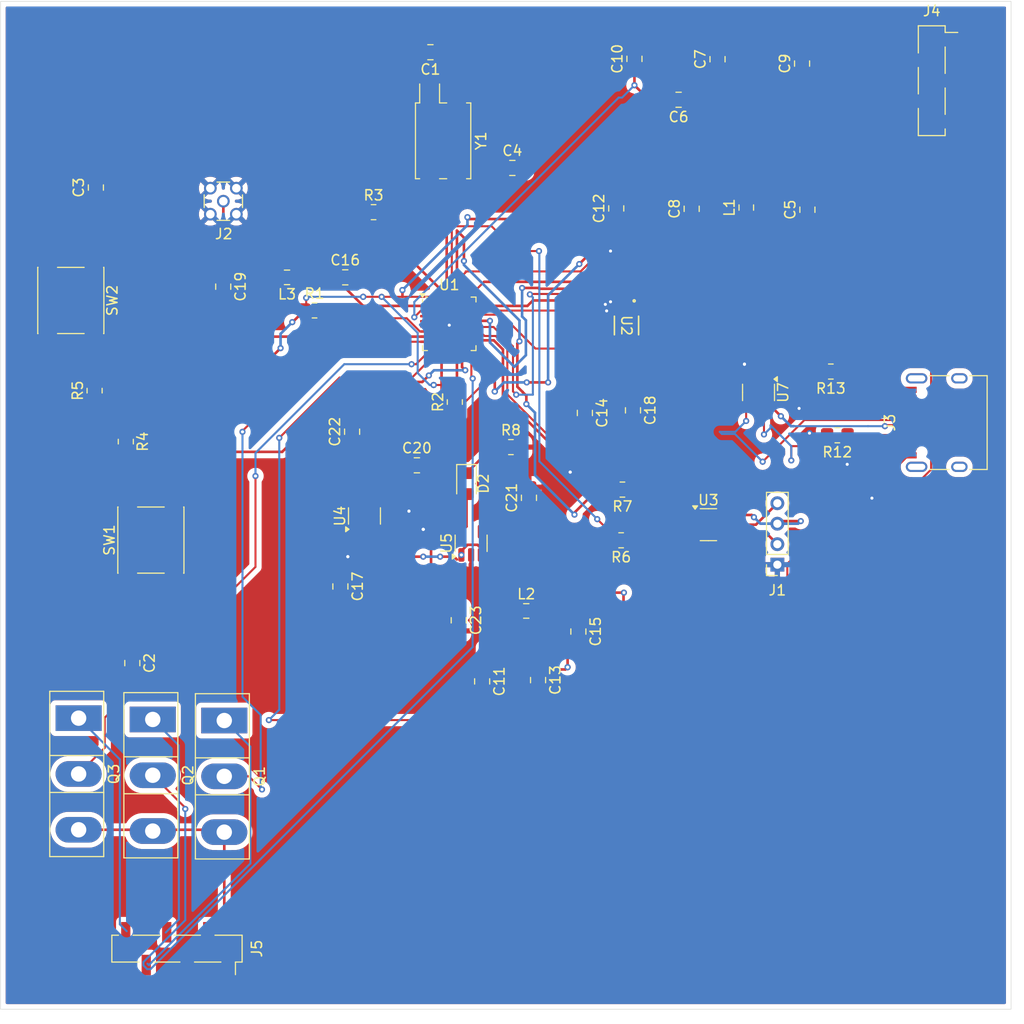
<source format=kicad_pcb>
(kicad_pcb (version 20240108) (generator "pcbnew") (generator_version "8.0")
  (layers (0 "F.Cu" signal) (31 "B.Cu" signal) (34 "B.Paste" user) (35 "F.Paste" user) (36 "B.SilkS" user "B.Silkscreen") (37 "F.SilkS" user "F.Silkscreen") (38 "B.Mask" user) (39 "F.Mask" user) (44 "Edge.Cuts" user))
  (net 0 "")
  (net 1 "Net-(C1-Pad1)")
  (net 2 "GND")
  (net 3 "/BOOT")
  (net 4 "/CHIP_EN")
  (net 5 "/XTAL_N")
  (net 6 "+3.3V")
  (net 7 "/VDD_RF")
  (net 8 "VBUS")
  (net 9 "/VDD_BUSF")
  (net 10 "/VDD_SPI")
  (net 11 "/LNA_IN")
  (net 12 "Net-(J2-In)")
  (net 13 "Net-(U4-BP)")
  (net 14 "Net-(U5-BP)")
  (net 15 "+1V8")
  (net 16 "Net-(D2-K)")
  (net 17 "Net-(J1-Pin_3)")
  (net 18 "Net-(J1-Pin_2)")
  (net 19 "Net-(J3-D+-PadA6)")
  (net 20 "Net-(J3-CC1)")
  (net 25 "Net-(J3-D--PadA7)")
  (net 26 "Net-(J3-CC2)")
  (net 29 "/MICOUT")
  (net 30 "/B")
  (net 31 "/R")
  (net 32 "/B+")
  (net 33 "/G")
  (net 34 "/B-")
  (net 35 "/LED1")
  (net 36 "/LED2")
  (net 37 "/LED3")
  (net 38 "Net-(U1-GPIO2)")
  (net 39 "Net-(U1-GPIO8)")
  (net 40 "/XTAL_P")
  (net 41 "Net-(R6-Pad1)")
  (net 42 "/UART0_TX")
  (net 43 "/UART0_RX")
  (net 44 "Net-(R7-Pad1)")
  (net 49 "/SPI_Q")
  (net 50 "/SPI_D")
  (net 51 "/USB_D+")
  (net 52 "/SPI_CLK")
  (net 53 "/USB_D-")
  (net 54 "/SPI_HD")
  (net 55 "/SPI_CS0")
  (net 56 "/SPI_WP")
  (net 57 "Net-(Y1-Pad2)")
  (footprint "Capacitor_SMD:C_0805_2012Metric_Pad1.18x1.45mm_HandSolder" (layer "F.Cu") (at 108.122 38.184 180)
    (property "Reference" "C6")
    (property "Value" "10u")
  )
  (footprint "Button_Switch_SMD:SW_SPST_PTS645" (layer "F.Cu") (at 48.768 57.785 -90)
    (property "Reference" "SW2")
    (property "Value" "SW_Push")
  )
  (footprint "Resistor_SMD:R_0805_2012Metric_Pad1.20x1.40mm_HandSolder" (layer "F.Cu") (at 123.623 70.95 180)
    (property "Reference" "R12")
    (property "Value" "5k1")
  )
  (footprint "LED_SMD:LED_0805_2012Metric_Pad1.15x1.40mm_HandSolder" (layer "F.Cu") (at 87.412 75.669 -90)
    (property "Reference" "D2")
    (property "Value" "LED")
  )
  (footprint "Resistor_SMD:R_0805_2012Metric_Pad1.20x1.40mm_HandSolder" (layer "F.Cu") (at 102.509 81.205 180)
    (property "Reference" "R6")
    (property "Value" "470R")
  )
  (footprint "Resistor_SMD:R_0805_2012Metric_Pad1.20x1.40mm_HandSolder" (layer "F.Cu") (at 54.138 71.569 -90)
    (property "Reference" "R4")
    (property "Value" "5k1")
  )
  (footprint "Capacitor_SMD:C_0805_2012Metric_Pad1.18x1.45mm_HandSolder" (layer "F.Cu") (at 111.923 34.2255 90)
    (property "Reference" "C7")
    (property "Value" "100n")
  )
  (footprint "Package_TO_SOT_SMD:SOT-23-6" (layer "F.Cu") (at 111.034 79.681)
    (property "Reference" "U3")
    (property "Value" "USBLC6-2SC6")
  )
  (footprint "Package_TO_SOT_THT:TO-247-3_Vertical" (layer "F.Cu") (at 63.754 98.806 -90)
    (property "Reference" "Q1")
    (property "Value" "NMOS")
  )
  (footprint "Capacitor_SMD:C_0805_2012Metric_Pad1.18x1.45mm_HandSolder" (layer "F.Cu") (at 103.668 68.5155 -90)
    (property "Reference" "C18")
    (property "Value" "100n")
  )
  (footprint "Capacitor_SMD:C_0805_2012Metric_Pad1.18x1.45mm_HandSolder" (layer "F.Cu") (at 102.032 48.795 90)
    (property "Reference" "C12")
    (property "Value" "100n")
  )
  (footprint "Resistor_SMD:R_0805_2012Metric_Pad1.20x1.40mm_HandSolder" (layer "F.Cu") (at 72.569 58.758)
    (property "Reference" "R1")
    (property "Value" "5k1")
  )
  (footprint "Inductor_SMD:L_0805_2012Metric_Pad1.15x1.40mm_HandSolder" (layer "F.Cu") (at 69.883 55.526 180)
    (property "Reference" "L3")
    (property "Value" "2n2")
  )
  (footprint "Capacitor_SMD:C_0805_2012Metric_Pad1.18x1.45mm_HandSolder" (layer "F.Cu") (at 94.397 94.8585 -90)
    (property "Reference" "C13")
    (property "Value" "100n")
  )
  (footprint "Capacitor_SMD:C_0805_2012Metric_Pad1.18x1.45mm_HandSolder" (layer "F.Cu") (at 51.217 46.7575 90)
    (property "Reference" "C3")
    (property "Value" "100n")
  )
  (footprint "Capacitor_SMD:C_0805_2012Metric_Pad1.18x1.45mm_HandSolder" (layer "F.Cu") (at 109.398 48.8325 90)
    (property "Reference" "C8")
    (property "Value" "100n")
  )
  (footprint "Capacitor_SMD:C_0805_2012Metric_Pad1.18x1.45mm_HandSolder" (layer "F.Cu") (at 54.773 93.1965 -90)
    (property "Reference" "C2")
    (property "Value" "100n")
  )
  (footprint "Resistor_SMD:R_0805_2012Metric_Pad1.20x1.40mm_HandSolder" (layer "F.Cu") (at 78.334 49.162)
    (property "Reference" "R3")
    (property "Value" "22R")
  )
  (footprint "Resistor_SMD:R_0805_2012Metric_Pad1.20x1.40mm_HandSolder" (layer "F.Cu") (at 102.636 76.252 180)
    (property "Reference" "R7")
    (property "Value" "470R")
  )
  (footprint "Package_TO_SOT_SMD:SOT-23-6" (layer "F.Cu") (at 115.926 66.7645 -90)
    (property "Reference" "U7")
    (property "Value" "USBLC6-2SC6")
  )
  (footprint "Capacitor_SMD:C_0805_2012Metric_Pad1.18x1.45mm_HandSolder" (layer "F.Cu") (at 88.936 94.9855 -90)
    (property "Reference" "C11")
    (property "Value" "100n")
  )
  (footprint "Capacitor_SMD:C_0805_2012Metric_Pad1.18x1.45mm_HandSolder" (layer "F.Cu") (at 82.5645 73.882)
    (property "Reference" "C20")
    (property "Value" "100n")
  )
  (footprint "Capacitor_SMD:C_0805_2012Metric_Pad1.18x1.45mm_HandSolder" (layer "F.Cu") (at 120.178 34.6495 90)
    (property "Reference" "C9")
    (property "Value" "100n")
  )
  (footprint "Resistor_SMD:R_0805_2012Metric_Pad1.20x1.40mm_HandSolder" (layer "F.Cu") (at 86.269 67.705 90)
    (property "Reference" "R2")
    (property "Value" "5k1")
  )
  (footprint "Capacitor_SMD:C_0805_2012Metric_Pad1.18x1.45mm_HandSolder" (layer "F.Cu") (at 98.969 68.7695 -90)
    (property "Reference" "C14")
    (property "Value" "10u")
  )
  (footprint "Capacitor_SMD:C_0805_2012Metric_Pad1.18x1.45mm_HandSolder" (layer "F.Cu") (at 103.81 34.19 90)
    (property "Reference" "C10")
    (property "Value" "1u")
  )
  (footprint "Capacitor_SMD:C_0805_2012Metric_Pad1.18x1.45mm_HandSolder" (layer "F.Cu") (at 75.5675 55.526)
    (property "Reference" "C16")
    (property "Value" "3p3")
  )
  (footprint "Crystal:Crystal_SMD_EuroQuartz_MQ-4Pin_7.0x5.0mm_HandSoldering" (layer "F.Cu") (at 85.126 42.194 -90)
    (property "Reference" "Y1")
    (property "Value" "40Mhz")
  )
  (footprint "Connector_Coaxial:MMCX_Molex_73415-1471_Vertical" (layer "F.Cu") (at 63.663 48.09 180)
    (property "Reference" "J2")
    (property "Value" "Conn_Coaxial")
  )
  (footprint "Package_TO_SOT_THT:TO-247-3_Vertical" (layer "F.Cu") (at 56.769 98.701 -90)
    (property "Reference" "Q2")
    (property "Value" "NMOS")
  )
  (footprint "Capacitor_SMD:C_0805_2012Metric_Pad1.18x1.45mm_HandSolder" (layer "F.Cu") (at 120.701 48.922 90)
    (property "Reference" "C5")
    (property "Value" "10u")
  )
  (footprint "Resistor_SMD:R_0805_2012Metric_Pad1.20x1.40mm_HandSolder" (layer "F.Cu") (at 51.09 66.591 90)
    (property "Reference" "R5")
    (property "Value" "5k1")
  )
  (footprint "Resistor_SMD:R_0805_2012Metric_Pad1.20x1.40mm_HandSolder" (layer "F.Cu") (at 91.746 72.104)
    (property "Reference" "R8")
    (property "Value" "1k")
  )
  (footprint "Package_TO_SOT_SMD:SOT-23-5" (layer "F.Cu") (at 87.859 81.4965 90)
    (property "Reference" "U5")
    (property "Value" "SPX3819M5-L-3-3")
  )
  (footprint "Connector_PinSocket_2.00mm:PinSocket_1x06_P2.00mm_Vertical_SMD_Pin1Right" (layer "F.Cu") (at 59.135 121.082 -90)
    (property "Reference" "J5")
    (property "Value" "Conn_01x06_Pin")
  )
  (footprint "Capacitor_SMD:C_0805_2012Metric_Pad1.18x1.45mm_HandSolder" (layer "F.Cu") (at 93.508 77.057 90)
    (property "Reference" "C21")
    (property "Value" "100n")
  )
  (footprint "Package_DFN_QFN:QFN-32-1EP_5x5mm_P0.5mm_EP3.7x3.7mm" (layer "F.Cu") (at 85.725 60.065)
    (property "Reference" "U1")
    (property "Value" "ESP32-C3")
  )
  (footprint "Capacitor_SMD:C_0805_2012Metric_Pad1.18x1.45mm_HandSolder" (layer "F.Cu") (at 63.651 56.4365 -90)
    (property "Reference" "C19")
    (property "Value" "3p3")
  )
  (footprint "Capacitor_SMD:C_0805_2012Metric_Pad1.18x1.45mm_HandSolder" (layer "F.Cu") (at 76.236 70.6015 90)
    (property "Reference" "C22")
    (property "Value" "10u")
  )
  (footprint "Inductor_SMD:L_0805_2012Metric_Pad1.15x1.40mm_HandSolder" (layer "F.Cu") (at 93.245 88.106)
    (property "Reference" "L2")
    (property "Value" "2n2")
  )
  (footprint "Connector_PinSocket_2.00mm:PinSocket_1x04_P2.00mm_Vertical" (layer "F.Cu") (at 117.765 83.586 180)
    (property "Reference" "J1")
    (property "Value" "Conn_01x04_Pin")
  )
  (footprint "Connector_PinSocket_2.00mm:PinSocket_1x05_P2.00mm_Vertical_SMD_Pin1Right" (layer "F.Cu") (at 132.842 36.322)
    (property "Reference" "J4")
    (property "Value" "Conn_01x05_Pin")
  )
  (footprint "Inductor_SMD:L_0805_2012Metric_Pad1.15x1.40mm_HandSolder" (layer "F.Cu") (at 114.732 48.711 90)
    (property "Reference" "L1")
    (property "Value" "2n")
  )
  (footprint "2M Flash:USON-8_UX_2x3x0p6_WIN" (layer "F.Cu") (at 103.033 60.2272 -90)
    (property "Reference" "U2")
    (property "Value" "W25Q16JVUXIQ TR")
  )
  (footprint "Capacitor_SMD:C_0805_2012Metric_Pad1.18x1.45mm_HandSolder" (layer "F.Cu") (at 75.093 85.7145 -90)
    (property "Reference" "C17")
    (property "Value" "10u")
  )
  (footprint "Capacitor_SMD:C_0805_2012Metric_Pad1.18x1.45mm_HandSolder" (layer "F.Cu") (at 83.8845 33.541 180)
    (property "Reference" "C1")
    (property "Value" "10p")
  )
  (footprint "Package_TO_SOT_THT:TO-247-3_Vertical" (layer "F.Cu") (at 49.53 98.574 -90)
    (property "Reference" "Q3")
    (property "Value" "NMOS")
  )
  (footprint "Capacitor_SMD:C_0805_2012Metric_Pad1.18x1.45mm_HandSolder" (layer "F.Cu") (at 98.334 90.1165 -90)
    (property "Reference" "C15")
    (property "Value" "10u")
  )
  (footprint "Capacitor_SMD:C_0805_2012Metric_Pad1.18x1.45mm_HandSolder" (layer "F.Cu") (at 86.65 89.0165 -90)
    (property "Reference" "C23")
    (property "Value" "10u")
  )
  (footprint "Button_Switch_SMD:SW_SPST_PTS645" (layer "F.Cu") (at 56.587 81.185 90)
    (property "Reference" "SW1")
    (property "Value" "SW_Push")
  )
  (footprint "Resistor_SMD:R_0805_2012Metric_Pad1.20x1.40mm_HandSolder" (layer "F.Cu") (at 122.988 64.727 180)
    (property "Reference" "R13")
    (property "Value" "5k1")
  )
  (footprint "Connector_USB:USB_C_Receptacle_XKB_U262-16XN-4BVC11" (layer "F.Cu") (at 134.467 69.711 90)
    (property "Reference" "J3")
    (property "Value" "USB_C_Receptacle_USB2.0_16P")
  )
  (footprint "Capacitor_SMD:C_0805_2012Metric_Pad1.18x1.45mm_HandSolder" (layer "F.Cu") (at 91.8855 44.844)
    (property "Reference" "C4")
    (property "Value" "10p")
  )
  (footprint "Package_TO_SOT_SMD:SOT-23-5" (layer "F.Cu") (at 77.445 78.8295 90)
    (property "Reference" "U4")
    (property "Value" "SPX3819M5-L-1-8")
  )
  (gr_rect (start 41.91 28.575) (end 140.589 127) (stroke (width 0.05)) (fill none) (layer "Edge.Cuts"))
  (segment (start 84.922 33.541) (end 84.922 37.378) (width 0.254) (layer "F.Cu") (net 1))
  (segment (start 84.922 37.378) (end 83.806 38.494) (width 0.254) (layer "F.Cu") (net 1))
  (segment (start 79.334 49.162) (end 79.334 42.966) (width 0.254) (layer "F.Cu") (net 1))
  (segment (start 79.334 42.966) (end 83.806 38.494) (width 0.254) (layer "F.Cu") (net 1))
  (segment (start 130.797 72.761) (end 130.797 73.061) (width 0.254) (layer "F.Cu") (net 2))
  (segment (start 127 76.433) (end 127 77.089) (width 0.254) (layer "F.Cu") (net 2))
  (segment (start 130.372 73.061) (end 127 76.433) (width 0.254) (layer "F.Cu") (net 2))
  (segment (start 130.797 73.061) (end 130.372 73.061) (width 0.254) (layer "F.Cu") (net 2))
  (via (at 114.554 64.008) (size 0.6) (drill 0.3) (layers "F.Cu" "B.Cu") (net 2))
  (via (at 114.554 64.008) (size 0.6) (drill 0.3) (layers "F.Cu" "B.Cu") (net 2))
  (via (at 75.819 82.804) (size 0.6) (drill 0.3) (layers "F.Cu" "B.Cu") (net 2))
  (via (at 97.536 74.549) (size 0.6) (drill 0.3) (layers "F.Cu" "B.Cu") (net 2))
  (via (at 114.554 64.008) (size 0.6) (drill 0.3) (layers "F.Cu" "B.Cu") (net 2))
  (via (at 75.819 82.804) (size 0.6) (drill 0.3) (layers "F.Cu" "B.Cu") (net 2))
  (via (at 83.185 80.137) (size 0.6) (drill 0.3) (layers "F.Cu" "B.Cu") (net 2))
  (via (at 81.788 78.359) (size 0.6) (drill 0.3) (layers "F.Cu" "B.Cu") (net 2))
  (via (at 120.904 70.739) (size 0.6) (drill 0.3) (layers "F.Cu" "B.Cu") (net 2))
  (via (at 81.788 78.359) (size 0.6) (drill 0.3) (layers "F.Cu" "B.Cu") (net 2))
  (via (at 101.092 58.801) (size 0.6) (drill 0.3) (layers "F.Cu" "B.Cu") (net 2))
  (via (at 119.888 68.326) (size 0.6) (drill 0.3) (layers "F.Cu" "B.Cu") (net 2))
  (via (at 83.185 80.137) (size 0.6) (drill 0.3) (layers "F.Cu" "B.Cu") (net 2))
  (via (at 85.725 60.198) (size 0.6) (drill 0.3) (layers "F.Cu" "B.Cu") (net 2))
  (via (at 83.185 80.137) (size 0.6) (drill 0.3) (layers "F.Cu" "B.Cu") (net 2))
  (via (at 101.473 57.912) (size 0.6) (drill 0.3) (layers "F.Cu" "B.Cu") (net 2))
  (via (at 97.536 74.549) (size 0.6) (drill 0.3) (layers "F.Cu" "B.Cu") (net 2))
  (via (at 124.587 73.787) (size 0.6) (drill 0.3) (layers "F.Cu" "B.Cu") (net 2))
  (via (at 127 77.089) (size 0.6) (drill 0.3) (layers "F.Cu" "B.Cu") (net 2))
  (via (at 101.473 52.959) (size 0.6) (drill 0.3) (layers "F.Cu" "B.Cu") (net 2))
  (via (at 100.965 58.166) (size 0.6) (drill 0.3) (layers "F.Cu" "B.Cu") (net 2))
  (segment (start 87.285 64.6) (end 86.975 64.29) (width 0.254) (layer "F.Cu") (net 3))
  (segment (start 54.337 85.165) (end 54.337 91.723) (width 0.254) (layer "F.Cu") (net 3))
  (segment (start 83.094 65.743) (end 83.729 65.108) (width 0.254) (layer "F.Cu") (net 3))
  (segment (start 54.138 77.006) (end 54.337 77.205) (width 0.254) (layer "F.Cu") (net 3))
  (segment (start 69.41 72.569) (end 76.236 65.743) (width 0.254) (layer "F.Cu") (net 3))
  (segment (start 54.138 72.569) (end 69.41 72.569) (width 0.254) (layer "F.Cu") (net 3))
  (segment (start 86.975 64.29) (end 86.975 62.515) (width 0.254) (layer "F.Cu") (net 3))
  (segment (start 54.337 91.723) (end 54.773 92.159) (width 0.254) (layer "F.Cu") (net 3))
  (segment (start 54.138 72.569) (end 54.138 77.006) (width 0.254) (layer "F.Cu") (net 3))
  (segment (start 76.236 65.743) (end 83.094 65.743) (width 0.254) (layer "F.Cu") (net 3))
  (segment (start 54.337 77.205) (end 54.337 85.165) (width 0.254) (layer "F.Cu") (net 3))
  (via (at 87.285 64.6) (size 0.6) (drill 0.3) (layers "F.Cu" "B.Cu") (net 3))
  (via (at 83.729 65.108) (size 0.6) (drill 0.3) (layers "F.Cu" "B.Cu") (net 3))
  (segment (start 84.237 64.6) (end 87.285 64.6) (width 0.254) (layer "B.Cu") (net 3))
  (segment (start 83.729 65.108) (end 84.237 64.6) (width 0.254) (layer "B.Cu") (net 3))
  (segment (start 51.09 61.837) (end 51.018 61.765) (width 0.254) (layer "F.Cu") (net 4))
  (segment (start 68.517 61.315) (end 83.275 61.315) (width 0.254) (layer "F.Cu") (net 4))
  (segment (start 51.018 61.765) (end 68.067 61.765) (width 0.254) (layer "F.Cu") (net 4))
  (segment (start 68.067 61.765) (end 68.517 61.315) (width 0.254) (layer "F.Cu") (net 4))
  (segment (start 51.018 53.805) (end 51.018 61.765) (width 0.254) (layer "F.Cu") (net 4))
  (segment (start 51.018 47.994) (end 51.217 47.795) (width 0.254) (layer "F.Cu") (net 4))
  (segment (start 51.09 65.591) (end 51.09 61.837) (width 0.254) (layer "F.Cu") (net 4))
  (segment (start 51.018 53.805) (end 51.018 47.994) (width 0.254) (layer "F.Cu") (net 4))
  (segment (start 87.496 44.844) (end 86.446 45.894) (width 0.254) (layer "F.Cu") (net 5))
  (segment (start 86.446 45.894) (end 85.475 46.865) (width 0.254) (layer "F.Cu") (net 5))
  (segment (start 90.848 44.844) (end 87.496 44.844) (width 0.254) (layer "F.Cu") (net 5))
  (segment (start 85.475 46.865) (end 85.475 57.615) (width 0.254) (layer "F.Cu") (net 5))
  (segment (start 70.426 59.901) (end 71.569 58.758) (width 0.254) (layer "F.Cu") (net 6))
  (segment (start 83.788144 57.428144) (end 81.153 57.428144) (width 0.2) (layer "F.Cu") (net 6))
  (segment (start 89.698 65.276) (end 86.269 68.705) (width 0.2) (layer "F.Cu") (net 6))
  (segment (start 93.345 65.842) (end 93.289 65.786) (width 0.254) (layer "F.Cu") (net 6))
  (segment (start 87.6785 49.8325) (end 87.503 49.657) (width 0.254) (layer "F.Cu") (net 6))
  (segment (start 81.153 56.769) (end 81.153 57.428144) (width 0.254) (layer "F.Cu") (net 6))
  (segment (start 133.481 35.168) (end 134.681 35.168) (width 0.254) (layer "F.Cu") (net 6))
  (segment (start 109.1595 38.184) (end 109.1595 38.0265) (width 0.254) (layer "F.Cu") (net 6))
  (segment (start 86.269 75.551) (end 87.412 76.694) (width 0.254) (layer "F.Cu") (net 6))
  (segment (start 114.732 49.736) (end 117.257 49.736) (width 0.254) (layer "F.Cu") (net 6))
  (segment (start 134.442 34.929) (end 134.442 32.322) (width 0.254) (layer "F.Cu") (net 6))
  (segment (start 89.698 63.338) (end 89.698 65.276) (width 0.2) (layer "F.Cu") (net 6))
  (segment (start 134.442 35.407) (end 134.442 36.322) (width 0.254) (layer "F.Cu") (net 6))
  (segment (start 84.975 64.854) (end 84.975 62.515) (width 0.254) (layer "F.Cu") (net 6))
  (segment (start 54.138 70.569) (end 62.593 70.569) (width 0.254) (layer "F.Cu") (net 6))
  (segment (start 90.17 65.748) (end 89.698 65.276) (width 0.254) (layer "F.Cu") (net 6))
  (segment (start 109.3605 49.8325) (end 109.398 49.87) (width 0.254) (layer "F.Cu") (net 6))
  (segment (start 131.481 37.168) (end 133.481 35.168) (width 0.254) (layer "F.Cu") (net 6))
  (segment (start 130 35.687) (end 131.481 37.168) (width 0.254) (layer "F.Cu") (net 6))
  (segment (start 131.481 38.083) (end 131.242 38.322) (width 0.254) (layer "F.Cu") (net 6))
  (segment (start 120.4775 49.736) (end 120.701 49.9595) (width 0.254) (layer "F.Cu") (net 6))
  (segment (start 90.17 66.675) (end 90.17 65.748) (width 0.254) (layer "F.Cu") (net 6))
  (segment (start 102.032 50.622) (end 98.425 54.229) (width 0.254) (layer "F.Cu") (net 6))
  (segment (start 86.269 68.705) (end 84.975 67.411) (width 0.254) (layer "F.Cu") (net 6))
  (segment (start 62.593 69.099) (end 69.251 62.441) (width 0.254) (layer "F.Cu") (net 6))
  (segment (start 83.975 57.615) (end 83.788144 57.428144) (width 0.2) (layer "F.Cu") (net 6))
  (segment (start 134.681 35.168) (end 134.442 35.407) (width 0.254) (layer "F.Cu") (net 6))
  (segment (start 109.1595 38.0265) (end 110.526 36.66) (width 0.254) (layer "F.Cu") (net 6))
  (segment (start 87.412 76.694) (end 87.412 79.856) (width 0.254) (layer "F.Cu") (net 6))
  (segment (start 110.526 36.66) (end 111.923 35.263) (width 0.254) (layer "F.Cu") (net 6))
  (segment (start 102.032 49.8325) (end 109.3605 49.8325) (width 0.254) (layer "F.Cu") (net 6))
  (segment (start 83.947 85.276) (end 83.947 80.359) (width 0.254) (layer "F.Cu") (net 6))
  (segment (start 81.153 57.428144) (end 77.318856 57.428144) (width 0.2) (layer "F.Cu") (net 6))
  (segment (start 109.398 49.87) (end 114.598 49.87) (width 0.254) (layer "F.Cu") (net 6))
  (segment (start 117.257 43.391) (end 117.257 49.736) (width 0.254) (layer "F.Cu") (net 6))
  (segment (start 131.481 37.168) (end 131.481 38.083) (width 0.254) (layer "F.Cu") (net 6))
  (segment (start 70.394 59.901) (end 70.426 59.901) (width 0.254) (layer "F.Cu") (net 6))
  (segment (start 84.975 67.411) (end 84.975 66.04) (width 0.254) (layer "F.Cu") (net 6))
  (segment (start 102.032 49.8325) (end 102.032 50.622) (width 0.254) (layer "F.Cu") (net 6))
  (segment (start 114.598 49.87) (end 114.732 49.736) (width 0.254) (layer "F.Cu") (net 6))
  (segment (start 62.593 70.569) (end 62.593 69.099) (width 0.254) (layer "F.Cu") (net 6))
  (segment (start 93.345 65.786) (end 93.345 65.842) (width 0.254) (layer "F.Cu") (net 6))
  (segment (start 117.257 49.736) (end 120.4775 49.736) (width 0.254) (layer "F.Cu") (net 6))
  (segment (start 95.377 65.786) (end 93.345 65.786) (width 0.254) (layer "F.Cu") (net 6))
  (segment (start 111.923 35.263) (end 119.754 35.263) (width 0.254) (layer "F.Cu") (net 6))
  (segment (start 86.65 87.979) (end 83.947 85.276) (width 0.254) (layer "F.Cu") (net 6))
  (segment (start 93.289 65.786) (end 93.218 65.786) (width 0.254) (layer "F.Cu") (net 6))
  (segment (start 87.412 79.856) (end 86.909 80.359) (width 0.254) (layer "F.Cu") (net 6))
  (segment (start 86.269 68.705) (end 86.269 75.551) (width 0.254) (layer "F.Cu") (net 6))
  (segment (start 84.975 66.04) (end 84.975 64.854) (width 0.254) (layer "F.Cu") (net 6))
  (segment (start 102.032 49.8325) (end 87.6785 49.8325) (width 0.254) (layer "F.Cu") (net 6))
  (segment (start 110.526 36.66) (end 117.257 43.391) (width 0.254) (layer "F.Cu") (net 6))
  (segment (start 51.09 67.591) (end 51.16 67.591) (width 0.2) (layer "F.Cu") (net 6))
  (segment (start 88.175 61.815) (end 89.698 63.338) (width 0.2) (layer "F.Cu") (net 6))
  (segment (start 134.681 35.168) (end 134.442 34.929) (width 0.254) (layer "F.Cu") (net 6))
  (segment (start 119.754 35.263) (end 120.178 35.687) (width 0.254) (layer "F.Cu") (net 6))
  (segment (start 120.178 35.687) (end 130 35.687) (width 0.254) (layer "F.Cu") (net 6))
  (segment (start 71.755 58.572) (end 71.569 58.758) (width 0.2) (layer "F.Cu") (net 6))
  (segment (start 84.475 57.615) (end 83.975 57.615) (width 0.2) (layer "F.Cu") (net 6))
  (segment (start 71.755 57.531) (end 71.755 58.572) (width 0.2) (layer "F.Cu") (net 6))
  (segment (start 51.16 67.591) (end 54.138 70.569) (width 0.2) (layer "F.Cu") (net 6))
  (segment (start 83.947 80.359) (end 86.909 80.359) (width 0.254) (layer "F.Cu") (net 6))
  (segment (start 84.201 66.04) (end 84.975 66.04) (width 0.2) (layer "F.Cu") (net 6))
  (via blind (at 77.318856 57.428144) (size 0.6) (drill 0.3) (layers "F.Cu" "B.Cu") (net 6))
  (via (at 98.425 54.229) (size 0.6) (drill 0.3) (layers "F.Cu" "B.Cu") (net 6))
  (via (at 79.121 57.428144) (size 0.6) (drill 0.3) (layers "F.Cu" "B.Cu") (net 6))
  (via (at 84.201 66.04) (size 0.6) (drill 0.3) (layers "F.Cu" "B.Cu") (net 6))
  (via (at 81.153 56.769) (size 0.6) (drill 0.3) (layers "F.Cu" "B.Cu") (net 6))
  (via (at 77.318856 57.428144) (size 0.6) (drill 0.3) (layers "F.Cu" "B.Cu") (net 6))
  (via (at 70.394 59.901) (size 0.6) (drill 0.3) (layers "F.Cu" "B.Cu") (net 6))
  (via (at 95.377 65.786) (size 0.6) (drill 0.3) (layers "F.Cu" "B.Cu") (net 6))
  (via (at 87.503 49.657) (size 0.6) (drill 0.3) (layers "F.Cu" "B.Cu") (net 6))
  (via (at 81.153 56.769) (size 0.6) (drill 0.3) (layers "F.Cu" "B.Cu") (net 6))
  (via (at 71.755 57.531) (size 0.6) (drill 0.3) (layers "F.Cu" "B.Cu") (net 6))
  (via (at 84.201 66.04) (size 0.6) (drill 0.3) (layers "F.Cu" "B.Cu") (net 6))
  (via (at 90.17 66.675) (size 0.6) (drill 0.3) (layers "F.Cu" "B.Cu") (net 6))
  (via (at 87.503 49.657) (size 0.6) (drill 0.3) (layers "F.Cu" "B.Cu") (net 6))
  (via (at 84.201 66.04) (size 0.6) (drill 0.3) (layers "F.Cu" "B.Cu") (net 6))
  (via (at 69.251 62.441) (size 0.6) (drill 0.3) (layers "F.Cu" "B.Cu") (net 6))
  (via (at 90.17 66.675) (size 0.6) (drill 0.3) (layers "F.Cu" "B.Cu") (net 6))
  (via (at 93.289 65.786) (size 0.6) (drill 0.3) (layers "F.Cu" "B.Cu") (net 6))
  (segment (start 91.059 65.786) (end 90.17 66.675) (width 0.254) (layer "B.Cu") (net 6))
  (segment (start 69.251 62.441) (end 69.251 61.044) (width 0.254) (layer "B.Cu") (net 6))
  (segment (start 83.812471 66.04) (end 82.642 64.869529) (width 0.2) (layer "B.Cu") (net 6))
  (segment (start 87.503 50.419) (end 81.153 56.769) (width 0.254) (layer "B.Cu") (net 6))
  (segment (start 71.755 57.531) (end 71.857856 57.428144) (width 0.2) (layer "B.Cu") (net 6))
  (segment (start 87.503 49.657) (end 87.503 50.419) (width 0.254) (layer "B.Cu") (net 6))
  (segment (start 84.201 66.04) (end 83.812471 66.04) (width 0.2) (layer "B.Cu") (net 6))
  (segment (start 82.642 60.949144) (end 79.121 57.428144) (width 0.2) (layer "B.Cu") (net 6))
  (segment (start 77.318856 57.428144) (end 71.857856 57.428144) (width 0.2) (layer "B.Cu") (net 6))
  (segment (start 93.289 65.786) (end 91.059 65.786) (width 0.254) (layer "B.Cu") (net 6))
  (segment (start 95.377 57.277) (end 95.377 65.786) (width 0.254) (layer "B.Cu") (net 6))
  (segment (start 82.642 64.869529) (end 82.642 60.949144) (width 0.2) (layer "B.Cu") (net 6))
  (segment (start 69.251 61.044) (end 70.394 59.901) (width 0.254) (layer "B.Cu") (net 6))
  (segment (start 90.043 66.802) (end 90.17 66.675) (width 0.254) (layer "B.Cu") (net 6))
  (segment (start 98.425 54.229) (end 95.377 57.277) (width 0.254) (layer "B.Cu") (net 6))
  (segment (start 103.81 35.2275) (end 103.81 36.764) (width 0.254) (layer "F.Cu") (net 7))
  (segment (start 83.275 58.815) (end 82.917 58.815) (width 0.2) (layer "F.Cu") (net 7))
  (segment (start 83.275 58.815) (end 83.275 59.315) (width 0.2) (layer "F.Cu") (net 7))
  (segment (start 82.917 58.815) (end 82.313072 59.418928) (width 0.2) (layer "F.Cu") (net 7))
  (segment (start 103.81 36.764) (end 114.732 47.686) (width 0.254) (layer "F.Cu") (net 7))
  (via (at 103.81 36.764) (size 0.6) (drill 0.3) (layers "F.Cu" "B.Cu") (net 7))
  (via (at 82.313072 59.418928) (size 0.6) (drill 0.3) (layers "F.Cu" "B.Cu") (net 7))
  (segment (start 102.601 37.973) (end 103.81 36.764) (width 0.2) (layer "B.Cu") (net 7))
  (segment (start 82.313072 57.928399) (end 102.268471 37.973) (width 0.2) (layer "B.Cu") (net 7))
  (segment (start 82.313072 59.418928) (end 82.313072 57.928399) (width 0.2) (layer "B.Cu") (net 7))
  (segment (start 102.268471 37.973) (end 102.601 37.973) (width 0.2) (layer "B.Cu") (net 7))
  (segment (start 132.153 68.104778) (end 132.153 71.317222) (width 0.254) (layer "F.Cu") (net 8))
  (segment (start 115.926 68.255052) (end 115.926 67.902) (width 0.2) (layer "F.Cu") (net 8))
  (segment (start 130.797 71.961) (end 130.797 72.261) (width 0.254) (layer "F.Cu") (net 8))
  (segment (start 129.972 72.261) (end 118.74 83.493) (width 0.2) (layer "F.Cu") (net 8))
  (segment (start 131.209222 72.261) (end 130.797 72.261) (width 0.254) (layer "F.Cu") (net 8))
  (segment (start 130.797 67.461) (end 131.509222 67.461) (width 0.254) (layer "F.Cu") (net 8))
  (segment (start 130.797 72.261) (end 129.972 72.261) (width 0.2) (layer "F.Cu") (net 8))
  (segment (start 131.509222 67.461) (end 132.153 68.104778) (width 0.254) (layer "F.Cu") (net 8))
  (segment (start 88.936 91.651) (end 88.936 93.948) (width 0.254) (layer "F.Cu") (net 8))
  (segment (start 92.22 88.106) (end 92.481 88.106) (width 0.254) (layer "F.Cu") (net 8))
  (segment (start 116.459 70.866) (end 116.459 68.788052) (width 0.2) (layer "F.Cu") (net 8))
  (segment (start 118.74 85.85) (end 109.8815 94.7085) (width 0.2) (layer "F.Cu") (net 8))
  (segment (start 118.74 83.493) (end 118.74 85.85) (width 0.2) (layer "F.Cu") (net 8))
  (segment (start 92.481 88.106) (end 88.936 91.651) (width 0.254) (layer "F.Cu") (net 8))
  (segment (start 89.6965 94.7085) (end 88.936 93.948) (width 0.2) (layer "F.Cu") (net 8))
  (segment (start 132.153 71.317222) (end 131.209222 72.261) (width 0.254) (layer "F.Cu") (net 8))
  (segment (start 109.8815 94.7085) (end 89.6965 94.7085) (width 0.2) (layer "F.Cu") (net 8))
  (segment (start 119.126 72.009) (end 119.126 73.406) (width 0.2) (layer "F.Cu") (net 8))
  (segment (start 129.972 72.261) (end 129.72 72.009) (width 0.2) (layer "F.Cu") (net 8))
  (segment (start 129.72 72.009) (end 119.126 72.009) (width 0.2) (layer "F.Cu") (net 8))
  (segment (start 116.459 68.788052) (end 115.926 68.255052) (width 0.2) (layer "F.Cu") (net 8))
  (via (at 116.459 70.866) (size 0.6) (drill 0.3) (layers "F.Cu" "B.Cu") (net 8))
  (via (at 119.126 73.406) (size 0.6) (drill 0.3) (layers "F.Cu" "B.Cu") (net 8))
  (segment (start 117.094 70.231) (end 116.459 70.866) (width 0.2) (layer "B.Cu") (net 8))
  (segment (start 117.094 69.977) (end 117.094 70.231) (width 0.2) (layer "B.Cu") (net 8))
  (segment (start 119.126 72.009) (end 117.094 69.977) (width 0.2) (layer "B.Cu") (net 8))
  (segment (start 119.126 73.406) (end 119.126 72.009) (width 0.2) (layer "B.Cu") (net 8))
  (segment (start 115.67 79.681) (end 117.765 77.586) (width 0.254) (layer "F.Cu") (net 9))
  (segment (start 111.509001 79.681) (end 111.034 80.156001) (width 0.254) (layer "F.Cu") (net 9))
  (segment (start 86.909 82.242764) (end 86.909 82.634) (width 0.254) (layer "F.Cu") (net 9))
  (segment (start 97.282 93.599) (end 97.06 93.821) (width 0.254) (layer "F.Cu") (net 9))
  (segment (start 86.192288 82.804) (end 86.465644 83.077356) (width 0.254) (layer "F.Cu") (net 9))
  (segment (start 76.822001 80.9565) (end 76.495 80.629499) (width 0.254) (layer "F.Cu") (net 9))
  (segment (start 96.266 89.079) (end 95.254 89.079) (width 0.254) (layer "F.Cu") (net 9))
  (segment (start 111.034 80.834736) (end 102.789736 89.079) (width 0.254) (layer "F.Cu") (net 9))
  (segment (start 101.096 86.317) (end 98.334 89.079) (width 0.254) (layer "F.Cu") (net 9))
  (segment (start 97.361 88.106) (end 98.334 89.079) (width 0.254) (layer "F.Cu") (net 9))
  (segment (start 88.809 81.971501) (end 88.481999 81.6445) (width 0.254) (layer "F.Cu") (net 9))
  (segment (start 111.034 80.156001) (end 111.034 80.834736) (width 0.254) (layer "F.Cu") (net 9))
  (segment (start 96.266 89.533) (end 96.266 89.079) (width 0.254) (layer "F.Cu") (net 9))
  (segment (start 98.334 89.079) (end 96.266 89.079) (width 0.254) (layer "F.Cu") (net 9))
  (segment (start 97.282 90.803) (end 96.139 89.66) (width 0.254) (layer "F.Cu") (net 9))
  (segment (start 102.743 89.027) (end 102.743 86.353) (width 0.254) (layer "F.Cu") (net 9))
  (segment (start 84.836 82.804) (end 86.192288 82.804) (width 0.254) (layer "F.Cu") (net 9))
  (segment (start 88.809 82.634) (end 88.809 81.971501) (width 0.254) (layer "F.Cu") (net 9))
  (segment (start 102.743 86.353) (end 102.779 86.317) (width 0.254) (layer "F.Cu") (net 9))
  (segment (start 77.796736 80.9565) (end 76.822001 80.9565) (width 0.254) (layer "F.Cu") (net 9))
  (segment (start 112.1715 79.681) (end 115.67 79.681) (width 0.254) (layer "F.Cu") (net 9))
  (segment (start 81.105 82.677) (end 81.232 82.804) (width 0.254) (layer "F.Cu") (net 9))
  (segment (start 94.27 88.106) (end 97.361 88.106) (width 0.254) (layer "F.Cu") (net 9))
  (segment (start 102.779 86.317) (end 101.096 86.317) (width 0.254) (layer "F.Cu") (net 9))
  (segment (start 97.06 93.821) (end 94.397 93.821) (width 0.254) (layer "F.Cu") (net 9))
  (segment (start 88.481999 81.6445) (end 87.507264 81.6445) (width 0.254) (layer "F.Cu") (net 9))
  (segment (start 78.395 79.967) (end 78.395 80.358236) (width 0.254) (layer "F.Cu") (net 9))
  (segment (start 96.139 89.66) (end 96.266 89.533) (width 0.254) (layer "F.Cu") (net 9))
  (segment (start 81.232 82.804) (end 83.185 82.804) (width 0.254) (layer "F.Cu") (net 9))
  (segment (start 95.254 89.079) (end 88.809 82.634) (width 0.254) (layer "F.Cu") (net 9))
  (segment (start 87.507264 81.6445) (end 86.909 82.242764) (width 0.254) (layer "F.Cu") (net 9))
  (segment (start 78.395 79.967) (end 81.105 82.677) (width 0.254) (layer "F.Cu") (net 9))
  (segment (start 78.395 80.358236) (end 77.796736 80.9565) (width 0.254) (layer "F.Cu") (net 9))
  (segment (start 112.1715 79.681) (end 111.509001 79.681) (width 0.254) (layer "F.Cu") (net 9))
  (segment (start 75.093 81.369) (end 76.495 79.967) (width 0.254) (layer "F.Cu") (net 9))
  (segment (start 76.495 80.629499) (end 76.495 79.967) (width 0.254) (layer "F.Cu") (net 9))
  (segment (start 97.282 93.599) (end 97.282 90.803) (width 0.254) (layer "F.Cu") (net 9))
  (segment (start 75.093 84.677) (end 75.093 81.369) (width 0.254) (layer "F.Cu") (net 9))
  (via (at 86.909 82.634) (size 0.6) (drill 0.3) (layers "F.Cu" "B.Cu") (net 9))
  (via (at 83.185 82.804) (size 0.6) (drill 0.3) (layers "F.Cu" "B.Cu") (net 9))
  (via (at 84.836 82.804) (size 0.6) (drill 0.3) (layers "F.Cu" "B.Cu") (net 9))
  (via (at 97.282 93.599) (size 0.6) (drill 0.3) (layers "F.Cu" "B.Cu") (net 9))
  (via (at 102.779 86.317) (size 0.6) (drill 0.3) (layers "F.Cu" "B.Cu") (net 9))
  (via (at 97.282 93.599) (size 0.6) (drill 0.3) (layers "F.Cu" "B.Cu") (net 9))
  (segment (start 83.185 82.804) (end 84.836 82.804) (width 0.254) (layer "B.Cu") (net 9))
  (segment (start 90.968 62.568) (end 90.968 67.14) (width 0.254) (layer "F.Cu") (net 10))
  (segment (start 96.683 70.018) (end 98.969 67.732) (width 0.254) (layer "F.Cu") (net 10))
  (segment (start 90.968 67.14) (end 96.683 72.855) (width 0.254) (layer "F.Cu") (net 10))
  (segment (start 103.783001 67.362999) (end 103.783001 61.675) (width 0.254) (layer "F.Cu") (net 10))
  (segment (start 88.627568 61.315) (end 88.991568 61.679) (width 0.254) (layer "F.Cu") (net 10))
  (segment (start 103.668 67.478) (end 103.783001 67.362999) (width 0.254) (layer "F.Cu") (net 10))
  (segment (start 88.175 61.315) (end 88.627568 61.315) (width 0.254) (layer "F.Cu") (net 10))
  (segment (start 103.668 67.478) (end 99.223 67.478) (width 0.254) (layer "F.Cu") (net 10))
  (segment (start 96.683 72.855) (end 96.683 70.018) (width 0.254) (layer "F.Cu") (net 10))
  (segment (start 99.223 67.478) (end 98.969 67.732) (width 0.254) (layer "F.Cu") (net 10))
  (segment (start 90.079 61.679) (end 90.968 62.568) (width 0.254) (layer "F.Cu") (net 10))
  (segment (start 88.991568 61.679) (end 90.079 61.679) (width 0.254) (layer "F.Cu") (net 10))
  (segment (start 77.319 58.315) (end 83.275 58.315) (width 0.254) (layer "F.Cu") (net 11))
  (segment (start 74.53 55.526) (end 77.319 58.315) (width 0.254) (layer "F.Cu") (net 11))
  (segment (start 74.53 55.526) (end 70.908 55.526) (width 0.254) (layer "F.Cu") (net 11))
  (segment (start 68.858 55.526) (end 63.778 55.526) (width 0.254) (layer "F.Cu") (net 12))
  (segment (start 63.778 55.526) (end 63.651 55.399) (width 0.254) (layer "F.Cu") (net 12))
  (segment (start 63.663 48.09) (end 63.663 55.387) (width 0.254) (layer "F.Cu") (net 12))
  (segment (start 63.663 55.387) (end 63.651 55.399) (width 0.254) (layer "F.Cu") (net 12))
  (segment (start 81.527 73.882) (end 78.395 77.014) (width 0.254) (layer "F.Cu") (net 13))
  (segment (start 78.395 77.014) (end 78.395 77.692) (width 0.254) (layer "F.Cu") (net 13))
  (segment (start 91.0735 78.0945) (end 88.809 80.359) (width 0.254) (layer "F.Cu") (net 14))
  (segment (start 93.508 78.0945) (end 91.0735 78.0945) (width 0.254) (layer "F.Cu") (net 14))
  (segment (start 76.495 77.692) (end 76.495 71.898) (width 0.254) (layer "F.Cu") (net 15))
  (segment (start 76.495 71.898) (end 76.236 71.639) (width 0.254) (layer "F.Cu") (net 15))
  (segment (start 90.746 72.104) (end 89.952 72.104) (width 0.254) (layer "F.Cu") (net 16))
  (segment (start 89.952 72.104) (end 87.412 74.644) (width 0.254) (layer "F.Cu") (net 16))
  (segment (start 118.019 79.332) (end 117.765 79.586) (width 0.254) (layer "F.Cu") (net 17))
  (segment (start 112.1715 78.731) (end 115.259 78.731) (width 0.254) (layer "F.Cu") (net 17))
  (segment (start 115.259 78.731) (end 115.479 78.951) (width 0.254) (layer "F.Cu") (net 17))
  (segment (start 120.051 79.332) (end 118.019 79.332) (width 0.254) (layer "F.Cu") (net 17))
  (via (at 120.051 79.332) (size 0.6) (drill 0.3) (layers "F.Cu" "B.Cu") (net 17))
  (via (at 115.479 78.951) (size 0.6) (drill 0.3) (layers "F.Cu" "B.Cu") (net 17))
  (segment (start 119.797 79.586) (end 120.051 79.332) (width 0.254) (layer "B.Cu") (net 17))
  (segment (start 116.241 79.586) (end 119.797 79.586) (width 0.254) (layer "B.Cu") (net 17))
  (segment (start 116.241 79.586) (end 117.765 79.586) (width 0.254) (layer "B.Cu") (net 17))
  (segment (start 116.114 79.586) (end 116.241 79.586) (width 0.254) (layer "B.Cu") (net 17))
  (segment (start 115.479 78.951) (end 116.114 79.586) (width 0.254) (layer "B.Cu") (net 17))
  (segment (start 112.1715 80.631) (end 116.81 80.631) (width 0.254) (layer "F.Cu") (net 18))
  (segment (start 116.81 80.631) (end 117.765 81.586) (width 0.254) (layer "F.Cu") (net 18))
  (segment (start 116.876 67.902) (end 117.175999 67.602001) (width 0.254) (layer "F.Cu") (net 19))
  (segment (start 126.149001 67.602001) (end 127.508 68.961) (width 0.254) (layer "F.Cu") (net 19))
  (segment (start 128.37 69.961) (end 130.797 69.961) (width 0.2) (layer "F.Cu") (net 19))
  (segment (start 116.924 67.902) (end 118.11 69.088) (width 0.254) (layer "F.Cu") (net 19))
  (segment (start 127.508 68.961) (end 130.797 68.961) (width 0.254) (layer "F.Cu") (net 19))
  (segment (start 117.175999 67.602001) (end 126.149001 67.602001) (width 0.254) (layer "F.Cu") (net 19))
  (segment (start 116.876 67.902) (end 116.924 67.902) (width 0.254) (layer "F.Cu") (net 19))
  (segment (start 128.27 70.061) (end 128.37 69.961) (width 0.2) (layer "F.Cu") (net 19))
  (via (at 118.11 69.088) (size 0.6) (drill 0.3) (layers "F.Cu" "B.Cu") (net 19))
  (via (at 128.27 70.061) (size 0.6) (drill 0.3) (layers "F.Cu" "B.Cu") (net 19))
  (segment (start 119.38 70.061) (end 119.337 70.061) (width 0.2) (layer "B.Cu") (net 19))
  (segment (start 118.11 69.088) (end 119.083 70.061) (width 0.254) (layer "B.Cu") (net 19))
  (segment (start 126.619 70.061) (end 119.38 70.061) (width 0.2) (layer "B.Cu") (net 19))
  (segment (start 128.27 70.061) (end 126.619 70.061) (width 0.2) (layer "B.Cu") (net 19))
  (segment (start 119.083 70.061) (end 119.38 70.061) (width 0.254) (layer "B.Cu") (net 19))
  (segment (start 124.623 70.95) (end 130.786 70.95) (width 0.254) (layer "F.Cu") (net 20))
  (segment (start 130.786 70.95) (end 130.797 70.961) (width 0.254) (layer "F.Cu") (net 20))
  (segment (start 116.332 73.533) (end 120.404 69.461) (width 0.2) (layer "F.Cu") (net 25))
  (segment (start 130.797 70.461) (end 131.676 70.461) (width 0.254) (layer "F.Cu") (net 25))
  (segment (start 120.404 69.461) (end 130.797 69.461) (width 0.2) (layer "F.Cu") (net 25))
  (segment (start 131.699 69.469) (end 131.691 69.461) (width 0.254) (layer "F.Cu") (net 25))
  (segment (start 114.717 68.161) (end 114.976 67.902) (width 0.2) (layer "F.Cu") (net 25))
  (segment (start 114.717 69.553) (end 114.717 68.161) (width 0.2) (layer "F.Cu") (net 25))
  (segment (start 131.676 70.461) (end 131.699 70.438) (width 0.254) (layer "F.Cu") (net 25))
  (segment (start 131.699 70.438) (end 131.699 69.469) (width 0.254) (layer "F.Cu") (net 25))
  (segment (start 131.691 69.461) (end 130.797 69.461) (width 0.254) (layer "F.Cu") (net 25))
  (via (at 116.332 73.533) (size 0.6) (drill 0.3) (layers "F.Cu" "B.Cu") (net 25))
  (via (at 114.717 69.553) (size 0.6) (drill 0.3) (layers "F.Cu" "B.Cu") (net 25))
  (segment (start 112.352 70.823) (end 112.141 70.612) (width 0.2) (layer "B.Cu") (net 25))
  (segment (start 113.622 70.823) (end 112.352 70.823) (width 0.2) (layer "B.Cu") (net 25))
  (segment (start 113.658 70.612) (end 114.717 69.553) (width 0.2) (layer "B.Cu") (net 25))
  (segment (start 112.141 70.612) (end 113.658 70.612) (width 0.2) (layer "B.Cu") (net 25))
  (segment (start 116.332 73.533) (end 113.622 70.823) (width 0.2) (layer "B.Cu") (net 25))
  (segment (start 127.222 67.961) (end 130.797 67.961) (width 0.254) (layer "F.Cu") (net 26))
  (segment (start 123.988 64.727) (end 127.222 67.961) (width 0.254) (layer "F.Cu") (net 26))
  (segment (start 68.108 98.763) (end 108.311371 98.763) (width 0.2) (layer "F.Cu") (net 29))
  (segment (start 132.781 39.118) (end 135.981 35.918) (width 0.2) (layer "F.Cu") (net 29))
  (segment (start 132.243 31.556) (end 132.243 33.739) (width 0.2) (layer "F.Cu") (net 29))
  (segment (start 108.311371 98.763) (end 132.781 74.293371) (width 0.2) (layer "F.Cu") (net 29))
  (segment (start 82.088386 65.316) (end 75.012 65.316) (width 0.2) (layer "F.Cu") (net 29))
  (segment (start 135.981 30.418) (end 133.381 30.418) (width 0.2) (layer "F.Cu") (net 29))
  (segment (start 132.781 74.293371) (end 132.781 39.118) (width 0.2) (layer "F.Cu") (net 29))
  (segment (start 84.475 62.515) (end 84.475 62.929386) (width 0.2) (layer "F.Cu") (net 29))
  (segment (start 131.7065 33.3935) (end 131.7065 33.8575) (width 0.2) (layer "F.Cu") (net 29))
  (segment (start 84.475 62.929386) (end 82.088386 65.316) (width 0.2) (layer "F.Cu") (net 29))
  (segment (start 135.981 35.918) (end 135.981 30.418) (width 0.2) (layer "F.Cu") (net 29))
  (segment (start 133.381 30.418) (end 132.243 31.556) (width 0.2) (layer "F.Cu") (net 29))
  (segment (start 132.052 33.739) (end 131.7065 33.3935) (width 0.2) (layer "F.Cu") (net 29))
  (segment (start 131.7065 33.8575) (end 131.242 34.322) (width 0.2) (layer "F.Cu") (net 29))
  (segment (start 132.243 33.739) (end 132.052 33.739) (width 0.2) (layer "F.Cu") (net 29))
  (segment (start 75.012 65.316) (end 69.124 71.204) (width 0.2) (layer "F.Cu") (net 29))
  (via (at 68.108 98.763) (size 0.6) (drill 0.3) (layers "F.Cu" "B.Cu") (net 29))
  (via (at 69.124 71.204) (size 0.6) (drill 0.3) (layers "F.Cu" "B.Cu") (net 29))
  (segment (start 69.124 97.747) (end 68.108 98.763) (width 0.2) (layer "B.Cu") (net 29))
  (segment (start 69.124 71.204) (end 69.124 97.747) (width 0.2) (layer "B.Cu") (net 29))
  (segment (start 53.557 118.708) (end 54.229 119.38) (width 0.2) (layer "B.Cu") (net 30))
  (segment (start 49.53 98.574) (end 53.557 102.601) (width 0.2) (layer "B.Cu") (net 30))
  (segment (start 53.557 102.601) (end 53.557 118.708) (width 0.2) (layer "B.Cu") (net 30))
  (segment (start 66.304 101.356) (end 66.304 112.766) (width 0.2) (layer "B.Cu") (net 31))
  (segment (start 56.388 122.682) (end 56.261 122.555) (width 0.2) (layer "B.Cu") (net 31))
  (segment (start 66.304 112.766) (end 56.388 122.682) (width 0.2) (layer "B.Cu") (net 31))
  (segment (start 63.754 98.806) (end 66.304 101.356) (width 0.2) (layer "B.Cu") (net 31))
  (segment (start 60.135 122.682) (end 60.135 121.482) (width 0.2) (layer "F.Cu") (net 32))
  (segment (start 60.135 121.482) (end 62.135 119.482) (width 0.2) (layer "F.Cu") (net 32))
  (segment (start 59.319 118.227) (end 58.039 119.507) (width 0.2) (layer "B.Cu") (net 33))
  (segment (start 56.769 98.701) (end 59.319 101.251) (width 0.2) (layer "B.Cu") (net 33))
  (segment (start 59.319 101.251) (end 59.319 118.227) (width 0.2) (layer "B.Cu") (net 33))
  (segment (start 63.754 122.301) (end 64.135 122.682) (width 0.254) (layer "F.Cu") (net 34))
  (segment (start 63.754 109.706) (end 63.754 122.301) (width 0.254) (layer "F.Cu") (net 34))
  (segment (start 63.522 109.474) (end 63.754 109.706) (width 0.254) (layer "F.Cu") (net 34))
  (segment (start 49.53 109.474) (end 63.522 109.474) (width 0.254) (layer "F.Cu") (net 34))
  (segment (start 83.275 61.815) (end 74.243 61.815) (width 0.2) (layer "F.Cu") (net 35))
  (segment (start 65.532 70.526) (end 65.532 70.993) (width 0.2) (layer "F.Cu") (net 35))
  (segment (start 67.437 105.537) (end 66.156 104.256) (width 0.2) (layer "F.Cu") (net 35))
  (segment (start 66.156 104.256) (end 63.754 104.256) (width 0.2) (layer "F.Cu") (net 35))
  (segment (start 74.243 61.815) (end 65.532 70.526) (width 0.2) (layer "F.Cu") (net 35))
  (via (at 65.532 70.612) (size 0.6) (drill 0.3) (layers "F.Cu" "B.Cu") (net 35))
  (via (at 67.437 105.537) (size 0.6) (drill 0.3) (layers "F.Cu" "B.Cu") (net 35))
  (segment (start 67.31 105.41) (end 67.437 105.537) (width 0.2) (layer "B.Cu") (net 35))
  (segment (start 67.31 103.251) (end 67.31 105.41) (width 0.2) (layer "B.Cu") (net 35))
  (segment (start 65.532 70.612) (end 65.532 96.484) (width 0.2) (layer "B.Cu") (net 35))
  (segment (start 65.532 96.484) (end 67.31 98.262) (width 0.2) (layer "B.Cu") (net 35))
  (segment (start 67.31 98.262) (end 67.31 103.251) (width 0.2) (layer "B.Cu") (net 35))
  (segment (start 59.944 107.326) (end 56.769 104.151) (width 0.2) (layer "F.Cu") (net 36))
  (segment (start 87.885 65.279) (end 88.011 65.405) (width 0.2) (layer "F.Cu") (net 36))
  (segment (start 87.475 62.515) (end 87.885 62.925) (width 0.2) (layer "F.Cu") (net 36))
  (segment (start 87.885 62.925) (end 87.885 65.279) (width 0.2) (layer "F.Cu") (net 36))
  (segment (start 88.011 65.405) (end 88.138 65.405) (width 0.2) (layer "F.Cu") (net 36))
  (segment (start 59.944 107.442) (end 59.944 107.326) (width 0.2) (layer "F.Cu") (net 36))
  (via (at 59.944 107.442) (size 0.6) (drill 0.3) (layers "F.Cu" "B.Cu") (net 36))
  (via (at 88.011 65.405) (size 0.6) (drill 0.3) (layers "F.Cu" "B.Cu") (net 36))
  (segment (start 59.944 118.306314) (end 59.944 107.442) (width 0.2) (layer "B.Cu") (net 36))
  (segment (start 56.222314 123.082) (end 55.861 122.720686) (width 0.2) (layer "B.Cu") (net 36))
  (segment (start 55.861 122.389314) (end 59.944 118.306314) (width 0.2) (layer "B.Cu") (net 36))
  (segment (start 66.704 112.931685) (end 56.553685 123.082) (width 0.2) (layer "B.Cu") (net 36))
  (segment (start 88.011 65.405) (end 88.011 91.624686) (width 0.2) (layer "B.Cu") (net 36))
  (segment (start 88.011 91.624686) (end 66.704 112.931685) (width 0.2) (layer "B.Cu") (net 36))
  (segment (start 56.553685 123.082) (end 56.222314 123.082) (width 0.2) (layer "B.Cu") (net 36))
  (segment (start 55.861 122.720686) (end 55.861 122.389314) (width 0.2) (layer "B.Cu") (net 36))
  (segment (start 52.08 101.474) (end 52.08 98.524244) (width 0.2) (layer "F.Cu") (net 37))
  (segment (start 52.08 98.524244) (end 66.802 83.802244) (width 0.2) (layer "F.Cu") (net 37))
  (segment (start 82.482 64.008) (end 83.975 62.515) (width 0.2) (layer "F.Cu") (net 37))
  (segment (start 82.042 64.008) (end 82.482 64.008) (width 0.2) (layer "F.Cu") (net 37))
  (segment (start 66.802 83.802244) (end 66.802 74.93) (width 0.2) (layer "F.Cu") (net 37))
  (segment (start 49.53 104.024) (end 52.08 101.474) (width 0.2) (layer "F.Cu") (net 37))
  (via (at 82.042 64.008) (size 0.6) (drill 0.3) (layers "F.Cu" "B.Cu") (net 37))
  (via (at 66.802 74.93) (size 0.6) (drill 0.3) (layers "F.Cu" "B.Cu") (net 37))
  (segment (start 75.471471 64.008) (end 82.042 64.008) (width 0.2) (layer "B.Cu") (net 37))
  (segment (start 66.802 72.677471) (end 75.471471 64.008) (width 0.2) (layer "B.Cu") (net 37))
  (segment (start 66.802 74.93) (end 66.802 72.677471) (width 0.2) (layer "B.Cu") (net 37))
  (segment (start 83.275 60.815) (end 82.860614 60.815) (width 0.2) (layer "F.Cu") (net 38))
  (segment (start 74.88 58.758) (end 73.569 58.758) (width 0.2) (layer "F.Cu") (net 38))
  (segment (start 81.565614 59.52) (end 75.642 59.52) (width 0.2) (layer "F.Cu") (net 38))
  (segment (start 82.860614 60.815) (end 81.565614 59.52) (width 0.2) (layer "F.Cu") (net 38))
  (segment (start 75.642 59.52) (end 74.88 58.758) (width 0.2) (layer "F.Cu") (net 38))
  (segment (start 86.269 66.705) (end 86.475 66.499) (width 0.254) (layer "F.Cu") (net 39))
  (segment (start 86.475 66.499) (end 86.475 62.515) (width 0.254) (layer "F.Cu") (net 39))
  (segment (start 84.975 56.803) (end 84.975 57.615) (width 0.254) (layer "F.Cu") (net 40))
  (segment (start 77.334 49.162) (end 84.975 56.803) (width 0.254) (layer "F.Cu") (net 40))
  (segment (start 109.8965 80.631) (end 104.083 80.631) (width 0.254) (layer "F.Cu") (net 41))
  (segment (start 104.083 80.631) (end 103.509 81.205) (width 0.254) (layer "F.Cu") (net 41))
  (segment (start 94.488 52.959) (end 92.281 52.959) (width 0.2) (layer "F.Cu") (net 42))
  (segment (start 92.281 52.959) (end 89.858 50.536) (width 0.2) (layer "F.Cu") (net 42))
  (segment (start 101.509 80.475) (end 101.509 81.205) (width 0.2) (layer "F.Cu") (net 42))
  (segment (start 89.858 50.536) (end 86.29813 50.536) (width 0.2) (layer "F.Cu") (net 42))
  (segment (start 100.1755 79.1415) (end 101.509 80.475) (width 0.2) (layer "F.Cu") (net 42))
  (segment (start 86.29813 50.536) (end 85.975 50.85913) (width 0.2) (layer "F.Cu") (net 42))
  (segment (start 85.975 50.85913) (end 85.975 57.615) (width 0.2) (layer "F.Cu") (net 42))
  (via (at 94.488 52.959) (size 0.6) (drill 0.3) (layers "F.Cu" "B.Cu") (net 42))
  (via (at 100.1755 79.1415) (size 0.6) (drill 0.3) (layers "F.Cu" "B.Cu") (net 42))
  (segment (start 94.488 52.959) (end 94.524 52.995) (width 0.2) (layer "B.Cu") (net 42))
  (segment (start 94.524 52.995) (end 94.524 73.49) (width 0.2) (layer "B.Cu") (net 42))
  (segment (start 100.239 79.205) (end 100.1755 79.1415) (width 0.2) (layer "B.Cu") (net 42))
  (segment (start 94.524 73.49) (end 100.1755 79.1415) (width 0.2) (layer "B.Cu") (net 42))
  (segment (start 92.8927 66.7307) (end 93.254 67.092) (width 0.254) (layer "F.Cu") (net 43))
  (segment (start 92.375 66.213) (end 92.5203 66.3583) (width 0.254) (layer "F.Cu") (net 43))
  (segment (start 97.953 78.697) (end 97.953 78.506) (width 0.254) (layer "F.Cu") (net 43))
  (segment (start 92.5203 66.3583) (end 92.525412 66.3583) (width 0.254) (layer "F.Cu") (net 43))
  (segment (start 92.581784 61.769216) (end 92.375 61.976) (width 0.254) (layer "F.Cu") (net 43))
  (segment (start 97.953 78.506) (end 100.207 76.252) (width 0.254) (layer "F.Cu") (net 43))
  (segment (start 92.525412 66.3583) (end 92.8927 66.725588) (width 0.254) (layer "F.Cu") (net 43))
  (segment (start 93.254 67.092) (end 93.254 67.902) (width 0.254) (layer "F.Cu") (net 43))
  (segment (start 87.158 53.932) (end 87.158 51.646) (width 0.254) (layer "F.Cu") (net 43))
  (segment (start 86.475 50.963) (end 86.475 57.615) (width 0.254) (layer "F.Cu") (net 43))
  (segment (start 87.158 51.646) (end 86.475 50.963) (width 0.254) (layer "F.Cu") (net 43))
  (segment (start 92.8927 66.725588) (end 92.8927 66.7307) (width 0.254) (layer "F.Cu") (net 43))
  (segment (start 100.207 76.252) (end 101.636 76.252) (width 0.254) (layer "F.Cu") (net 43))
  (segment (start 92.375 61.976) (end 92.375 66.213) (width 0.254) (layer "F.Cu") (net 43))
  (via (at 92.581784 61.769216) (size 0.6) (drill 0.3) (layers "F.Cu" "B.Cu") (net 43))
  (via (at 93.254 67.902) (size 0.6) (drill 0.3) (layers "F.Cu" "B.Cu") (net 43))
  (via (at 97.953 78.697) (size 0.6) (drill 0.3) (layers "F.Cu" "B.Cu") (net 43))
  (via (at 87.158 53.932) (size 0.6) (drill 0.3) (layers "F.Cu" "B.Cu") (net 43))
  (segment (start 94.097 68.745) (end 94.097 74.841) (width 0.254) (layer "B.Cu") (net 43))
  (segment (start 93.254 67.902) (end 94.097 68.745) (width 0.254) (layer "B.Cu") (net 43))
  (segment (start 94.097 74.841) (end 97.953 78.697) (width 0.254) (layer "B.Cu") (net 43))
  (segment (start 87.158 54.310712) (end 87.158 53.932) (width 0.254) (layer "B.Cu") (net 43))
  (segment (start 92.581784 59.734496) (end 87.158 54.310712) (width 0.254) (layer "B.Cu") (net 43))
  (segment (start 92.581784 61.769216) (end 92.581784 59.734496) (width 0.254) (layer "B.Cu") (net 43))
  (segment (start 106.115 78.731) (end 103.636 76.252) (width 0.254) (layer "F.Cu") (net 44))
  (segment (start 109.8965 78.731) (end 106.115 78.731) (width 0.254) (layer "F.Cu") (net 44))
  (segment (start 103.283 59.4668) (end 102.9766 59.7732) (width 0.254) (layer "F.Cu") (net 49))
  (segment (start 99.187 57.785) (end 93.891712 57.785) (width 0.254) (layer "F.Cu") (net 49))
  (segment (start 103.283 58.7794) (end 103.283 59.4668) (width 0.254) (layer "F.Cu") (net 49))
  (segment (start 102.9766 59.7732) (end 101.8805 59.7732) (width 0.254) (layer "F.Cu") (net 49))
  (segment (start 93.361712 58.315) (end 88.175 58.315) (width 0.254) (layer "F.Cu") (net 49))
  (segment (start 101.8805 59.7732) (end 101.8805 60.325) (width 0.254) (layer "F.Cu") (net 49))
  (segment (start 101.727 60.325) (end 99.187 57.785) (width 0.254) (layer "F.Cu") (net 49))
  (segment (start 93.891712 57.785) (end 93.361712 58.315) (width 0.254) (layer "F.Cu") (net 49))
  (segment (start 101.8805 60.325) (end 101.727 60.325) (width 0.254) (layer "F.Cu") (net 49))
  (segment (start 88.175 58.815) (end 88.216928 58.773072) (width 0.2) (layer "F.Cu") (net 50))
  (segment (start 88.216928 58.773072) (end 99.381071 58.773072) (width 0.2) (layer "F.Cu") (net 50))
  (segment (start 99.381071 58.773072) (end 102.282999 61.675) (width 0.2) (layer "F.Cu") (net 50))
  (segment (start 98.554529 54.948) (end 87.376 54.948) (width 0.2) (layer "F.Cu") (net 51))
  (segment (start 87.376 54.984) (end 86.975 55.385) (width 0.2) (layer "F.Cu") (net 51))
  (segment (start 113.411 54.102) (end 99.400529 54.102) (width 0.2) (layer "F.Cu") (net 51))
  (segment (start 116.876 65.627) (end 116.876 57.567) (width 0.2) (layer "F.Cu") (net 51))
  (segment (start 116.876 57.567) (end 113.411 54.102) (width 0.2) (layer "F.Cu") (net 51))
  (segment (start 86.975 55.385) (end 86.975 57.615) (width 0.2) (layer "F.Cu") (net 51))
  (segment (start 87.376 54.948) (end 87.376 54.984) (width 0.2) (layer "F.Cu") (net 51))
  (segment (start 87.376 54.948) (end 87.322614 54.948) (width 0.2) (layer "F.Cu") (net 51))
  (segment (start 99.400529 54.102) (end 98.554529 54.948) (width 0.2) (layer "F.Cu") (net 51))
  (segment (start 102.783 62.308399) (end 102.607399 62.484) (width 0.2) (layer "F.Cu") (net 52))
  (segment (start 88.908928 59.173072) (end 88.767 59.315) (width 0.2) (layer "F.Cu") (net 52))
  (segment (start 102.783 61.675) (end 102.783 62.308399) (width 0.2) (layer "F.Cu") (net 52))
  (segment (start 94.145097 62.484) (end 90.834169 59.173072) (width 0.2) (layer "F.Cu") (net 52))
  (segment (start 102.607399 62.484) (end 94.145097 62.484) (width 0.2) (layer "F.Cu") (net 52))
  (segment (start 90.834169 59.173072) (end 88.908928 59.173072) (width 0.2) (layer "F.Cu") (net 52))
  (segment (start 88.767 59.315) (end 88.175 59.315) (width 0.2) (layer "F.Cu") (net 52))
  (segment (start 105.313 55.964) (end 89.126 55.964) (width 0.254) (layer "F.Cu") (net 53))
  (segment (start 105.5165 56.3245) (end 105.5165 56.1675) (width 0.2) (layer "F.Cu") (net 53))
  (segment (start 114.976 65.627) (end 113.189 65.627) (width 0.2) (layer "F.Cu") (net 53))
  (segment (start 89.126 55.964) (end 87.475 57.615) (width 0.2) (layer "F.Cu") (net 53))
  (segment (start 112.903 65.913) (end 112.903 63.711) (width 0.2) (layer "F.Cu") (net 53))
  (segment (start 103.548 55.964) (end 105.313 55.964) (width 0.254) (layer "F.Cu") (net 53))
  (segment (start 112.903 63.711) (end 105.5165 56.3245) (width 0.2) (layer "F.Cu") (net 53))
  (segment (start 105.5165 56.1675) (end 105.313 55.964) (width 0.2) (layer "F.Cu") (net 53))
  (segment (start 113.189 65.627) (end 112.903 65.913) (width 0.2) (layer "F.Cu") (net 53))
  (segment (start 90.25587 61.252) (end 89.168438 61.252) (width 0.2) (layer "F.Cu") (net 54))
  (segment (start 95.587935 69.515821) (end 95.587935 71.156065) (width 0.2) (layer "F.Cu") (net 54))
  (segment (start 99.678744 66.8445) (end 98.259256 66.8445) (width 0.2) (layer "F.Cu") (net 54))
  (segment (start 89.168438 61.252) (end 88.731438 60.815) (width 0.2) (layer "F.Cu") (net 54))
  (segment (start 103.283 63.461) (end 99.789122 66.954878) (width 0.2) (layer "F.Cu") (net 54))
  (segment (start 98.259256 66.8445) (end 95.587935 69.515821) (width 0.2) (layer "F.Cu") (net 54))
  (segment (start 91.395 66.96313) (end 91.395 62.39113) (width 0.2) (layer "F.Cu") (net 54))
  (segment (start 91.395 62.39113) (end 90.25587 61.252) (width 0.2) (layer "F.Cu") (net 54))
  (segment (start 99.789122 66.954878) (end 99.678744 66.8445) (width 0.2) (layer "F.Cu") (net 54))
  (segment (start 103.283 61.675) (end 103.283 63.461) (width 0.2) (layer "F.Cu") (net 54))
  (segment (start 88.731438 60.815) (end 88.175 60.815) (width 0.2) (layer "F.Cu") (net 54))
  (segment (start 95.587935 71.156065) (end 91.395 66.96313) (width 0.2) (layer "F.Cu") (net 54))
  (segment (start 94.51 56.642) (end 102.333 56.642) (width 0.254) (layer "F.Cu") (net 55))
  (segment (start 94.432 56.564) (end 94.51 56.642) (width 0.254) (layer "F.Cu") (net 55))
  (segment (start 92.837 56.564) (end 94.432 56.564) (width 0.254) (layer "F.Cu") (net 55))
  (segment (start 89.698 59.773072) (end 88.216928 59.773072) (width 0.254) (layer "F.Cu") (net 55))
  (segment (start 103.783001 58.092001) (end 103.783001 58.7794) (width 0.254) (layer "F.Cu") (net 55))
  (segment (start 102.333 56.642) (end 103.783001 58.092001) (width 0.254) (layer "F.Cu") (net 55))
  (segment (start 88.216928 59.773072) (end 88.175 59.815) (width 0.254) (layer "F.Cu") (net 55))
  (via (at 89.698 59.773072) (size 0.6) (drill 0.3) (layers "F.Cu" "B.Cu") (net 55))
  (via (at 92.837 56.564) (size 0.6) (drill 0.3) (layers "F.Cu" "B.Cu") (net 55))
  (segment (start 92.075 64.262) (end 89.698 61.885) (width 0.254) (layer "B.Cu") (net 55))
  (segment (start 92.837 56.564) (end 92.837 59.347659) (width 0.254) (layer "B.Cu") (net 55))
  (segment (start 92.837 59.347659) (end 93.208784 59.719443) (width 0.254) (layer "B.Cu") (net 55))
  (segment (start 93.208784 63.128216) (end 92.075 64.262) (width 0.254) (layer "B.Cu") (net 55))
  (segment (start 89.698 61.885) (end 89.698 59.773072) (width 0.254) (layer "B.Cu") (net 55))
  (segment (start 93.208784 59.719443) (end 93.208784 63.128216) (width 0.254) (layer "B.Cu") (net 55))
  (segment (start 102.783 58.079) (end 102.783 58.7794) (width 0.2) (layer "F.Cu") (net 56))
  (segment (start 93.64 57.15) (end 101.854 57.15) (width 0.2) (layer "F.Cu") (net 56))
  (segment (start 88.233072 60.373072) (end 88.175 60.315) (width 0.2) (layer "F.Cu") (net 56))
  (segment (start 101.854 57.15) (end 102.783 58.079) (width 0.2) (layer "F.Cu") (net 56))
  (segment (start 93.599 57.191) (end 93.64 57.15) (width 0.2) (layer "F.Cu") (net 56))
  (segment (start 91.948 66.6676) (end 91.948 62.278) (width 0.2) (layer "F.Cu") (net 56))
  (segment (start 91.948 62.278) (end 90.043072 60.373072) (width 0.2) (layer "F.Cu") (net 56))
  (segment (start 90.043072 60.373072) (end 88.233072 60.373072) (width 0.2) (layer "F.Cu") (net 56))
  (segment (start 92.2657 66.9853) (end 91.948 66.6676) (width 0.2) (layer "F.Cu") (net 56))
  (via (at 93.599 57.191) (size 0.6) (drill 0.3) (layers "F.Cu" "B.Cu") (net 56))
  (via (at 92.2657 66.9853) (size 0.6) (drill 0.3) (layers "F.Cu" "B.Cu") (net 56))
  (segment (start 93.889 66.9853) (end 92.2657 66.9853) (width 0.2) (layer "B.Cu") (net 56))
  (segment (start 93.889 57.481) (end 93.889 66.9853) (width 0.2) (layer "B.Cu") (net 56))
  (segment (start 93.599 57.191) (end 93.889 57.481) (width 0.2) (layer "B.Cu") (net 56))
  (segment (start 86.446 42.374) (end 86.446 38.494) (width 0.254) (layer "F.Cu") (net 57))
  (segment (start 83.806 45.014) (end 86.446 42.374) (width 0.254) (layer "F.Cu") (net 57))
  (segment (start 83.806 45.894) (end 83.806 45.014) (width 0.254) (layer "F.Cu") (net 57))
  (zone (net 2) (net_name "GND") (layers "F&B.Cu") (connect_pads (clearance 0.5)) (min_thickness 0.25) (fill yes (thermal_gap 0.5) (thermal_bridge_width 0.5))
    (polygon (pts (xy 41.852 28.442) (xy 141.852 28.442) (xy 141.852 128.442) (xy 41.852 128.442)))
  )
)
</source>
